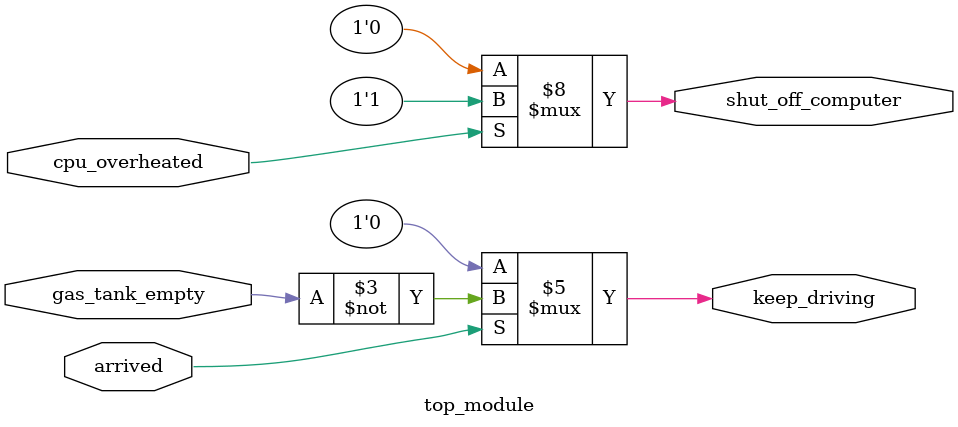
<source format=sv>
module top_module (
    input      cpu_overheated,
    output reg shut_off_computer,
    input      arrived,
    input      gas_tank_empty,
    output reg keep_driving
);

    always @(*) begin
        if (cpu_overheated)
           shut_off_computer = 1;
        else
           shut_off_computer = 0;
    end

    always @(*) begin
        if (arrived)
           keep_driving = ~gas_tank_empty;
        else
           keep_driving = 0;
    end

endmodule

</source>
